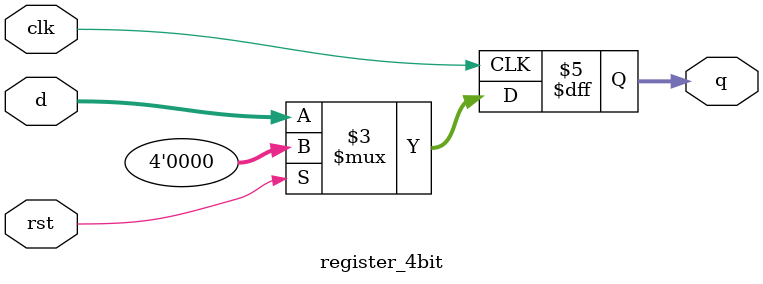
<source format=v>
module register_4bit (
    input wire clk,
    input wire rst,
    input wire [3:0] d,
    output reg [3:0] q
);
    always @(posedge clk) begin
        if (rst)
            q <= 4'b0000;
        else
            q <= d;
    end
endmodule

</source>
